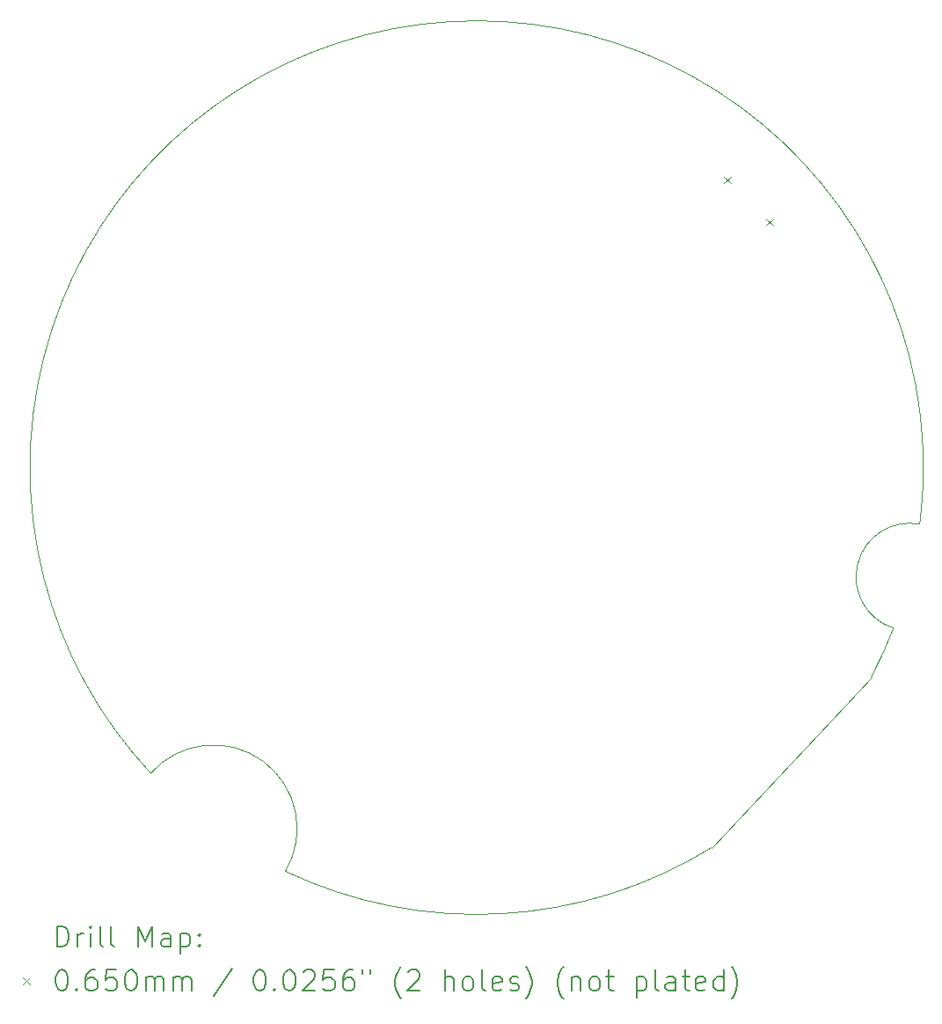
<source format=gbr>
%TF.GenerationSoftware,KiCad,Pcbnew,9.0.0*%
%TF.CreationDate,2025-03-23T20:14:32+01:00*%
%TF.ProjectId,PCB Board,50434220-426f-4617-9264-2e6b69636164,rev?*%
%TF.SameCoordinates,Original*%
%TF.FileFunction,Drillmap*%
%TF.FilePolarity,Positive*%
%FSLAX45Y45*%
G04 Gerber Fmt 4.5, Leading zero omitted, Abs format (unit mm)*
G04 Created by KiCad (PCBNEW 9.0.0) date 2025-03-23 20:14:32*
%MOMM*%
%LPD*%
G01*
G04 APERTURE LIST*
%ADD10C,0.050000*%
%ADD11C,0.200000*%
%ADD12C,0.100000*%
G04 APERTURE END LIST*
D10*
X3323000Y-9330940D02*
G75*
G02*
X4618781Y-10275861I603445J-533409D01*
G01*
X3322907Y-9330858D02*
G75*
G02*
X10725463Y-6933902I3137093J2940858D01*
G01*
X8720538Y-10047863D02*
G75*
G02*
X4618781Y-10275860I-2260538J3657863D01*
G01*
X10258600Y-8405109D02*
X8720537Y-10047863D01*
X10472927Y-7934812D02*
G75*
G02*
X10725463Y-6933902I156410J492850D01*
G01*
X10472927Y-7934812D02*
G75*
G02*
X10258599Y-8405109I-4012937J1544823D01*
G01*
D11*
D12*
X8838945Y-3587347D02*
X8903945Y-3652347D01*
X8903945Y-3587347D02*
X8838945Y-3652347D01*
X9247653Y-3996055D02*
X9312653Y-4061055D01*
X9312653Y-3996055D02*
X9247653Y-4061055D01*
D11*
X2418277Y-11003983D02*
X2418277Y-10803983D01*
X2418277Y-10803983D02*
X2465896Y-10803983D01*
X2465896Y-10803983D02*
X2494467Y-10813507D01*
X2494467Y-10813507D02*
X2513515Y-10832555D01*
X2513515Y-10832555D02*
X2523039Y-10851602D01*
X2523039Y-10851602D02*
X2532563Y-10889697D01*
X2532563Y-10889697D02*
X2532563Y-10918269D01*
X2532563Y-10918269D02*
X2523039Y-10956364D01*
X2523039Y-10956364D02*
X2513515Y-10975412D01*
X2513515Y-10975412D02*
X2494467Y-10994459D01*
X2494467Y-10994459D02*
X2465896Y-11003983D01*
X2465896Y-11003983D02*
X2418277Y-11003983D01*
X2618277Y-11003983D02*
X2618277Y-10870650D01*
X2618277Y-10908745D02*
X2627801Y-10889697D01*
X2627801Y-10889697D02*
X2637325Y-10880174D01*
X2637325Y-10880174D02*
X2656372Y-10870650D01*
X2656372Y-10870650D02*
X2675420Y-10870650D01*
X2742086Y-11003983D02*
X2742086Y-10870650D01*
X2742086Y-10803983D02*
X2732563Y-10813507D01*
X2732563Y-10813507D02*
X2742086Y-10823031D01*
X2742086Y-10823031D02*
X2751610Y-10813507D01*
X2751610Y-10813507D02*
X2742086Y-10803983D01*
X2742086Y-10803983D02*
X2742086Y-10823031D01*
X2865896Y-11003983D02*
X2846848Y-10994459D01*
X2846848Y-10994459D02*
X2837324Y-10975412D01*
X2837324Y-10975412D02*
X2837324Y-10803983D01*
X2970658Y-11003983D02*
X2951610Y-10994459D01*
X2951610Y-10994459D02*
X2942086Y-10975412D01*
X2942086Y-10975412D02*
X2942086Y-10803983D01*
X3199229Y-11003983D02*
X3199229Y-10803983D01*
X3199229Y-10803983D02*
X3265896Y-10946840D01*
X3265896Y-10946840D02*
X3332563Y-10803983D01*
X3332563Y-10803983D02*
X3332563Y-11003983D01*
X3513515Y-11003983D02*
X3513515Y-10899221D01*
X3513515Y-10899221D02*
X3503991Y-10880174D01*
X3503991Y-10880174D02*
X3484944Y-10870650D01*
X3484944Y-10870650D02*
X3446848Y-10870650D01*
X3446848Y-10870650D02*
X3427801Y-10880174D01*
X3513515Y-10994459D02*
X3494467Y-11003983D01*
X3494467Y-11003983D02*
X3446848Y-11003983D01*
X3446848Y-11003983D02*
X3427801Y-10994459D01*
X3427801Y-10994459D02*
X3418277Y-10975412D01*
X3418277Y-10975412D02*
X3418277Y-10956364D01*
X3418277Y-10956364D02*
X3427801Y-10937316D01*
X3427801Y-10937316D02*
X3446848Y-10927793D01*
X3446848Y-10927793D02*
X3494467Y-10927793D01*
X3494467Y-10927793D02*
X3513515Y-10918269D01*
X3608753Y-10870650D02*
X3608753Y-11070650D01*
X3608753Y-10880174D02*
X3627801Y-10870650D01*
X3627801Y-10870650D02*
X3665896Y-10870650D01*
X3665896Y-10870650D02*
X3684944Y-10880174D01*
X3684944Y-10880174D02*
X3694467Y-10889697D01*
X3694467Y-10889697D02*
X3703991Y-10908745D01*
X3703991Y-10908745D02*
X3703991Y-10965888D01*
X3703991Y-10965888D02*
X3694467Y-10984935D01*
X3694467Y-10984935D02*
X3684944Y-10994459D01*
X3684944Y-10994459D02*
X3665896Y-11003983D01*
X3665896Y-11003983D02*
X3627801Y-11003983D01*
X3627801Y-11003983D02*
X3608753Y-10994459D01*
X3789705Y-10984935D02*
X3799229Y-10994459D01*
X3799229Y-10994459D02*
X3789705Y-11003983D01*
X3789705Y-11003983D02*
X3780182Y-10994459D01*
X3780182Y-10994459D02*
X3789705Y-10984935D01*
X3789705Y-10984935D02*
X3789705Y-11003983D01*
X3789705Y-10880174D02*
X3799229Y-10889697D01*
X3799229Y-10889697D02*
X3789705Y-10899221D01*
X3789705Y-10899221D02*
X3780182Y-10889697D01*
X3780182Y-10889697D02*
X3789705Y-10880174D01*
X3789705Y-10880174D02*
X3789705Y-10899221D01*
D12*
X2092500Y-11299999D02*
X2157500Y-11364999D01*
X2157500Y-11299999D02*
X2092500Y-11364999D01*
D11*
X2456372Y-11223983D02*
X2475420Y-11223983D01*
X2475420Y-11223983D02*
X2494467Y-11233507D01*
X2494467Y-11233507D02*
X2503991Y-11243031D01*
X2503991Y-11243031D02*
X2513515Y-11262078D01*
X2513515Y-11262078D02*
X2523039Y-11300173D01*
X2523039Y-11300173D02*
X2523039Y-11347793D01*
X2523039Y-11347793D02*
X2513515Y-11385888D01*
X2513515Y-11385888D02*
X2503991Y-11404935D01*
X2503991Y-11404935D02*
X2494467Y-11414459D01*
X2494467Y-11414459D02*
X2475420Y-11423983D01*
X2475420Y-11423983D02*
X2456372Y-11423983D01*
X2456372Y-11423983D02*
X2437325Y-11414459D01*
X2437325Y-11414459D02*
X2427801Y-11404935D01*
X2427801Y-11404935D02*
X2418277Y-11385888D01*
X2418277Y-11385888D02*
X2408753Y-11347793D01*
X2408753Y-11347793D02*
X2408753Y-11300173D01*
X2408753Y-11300173D02*
X2418277Y-11262078D01*
X2418277Y-11262078D02*
X2427801Y-11243031D01*
X2427801Y-11243031D02*
X2437325Y-11233507D01*
X2437325Y-11233507D02*
X2456372Y-11223983D01*
X2608753Y-11404935D02*
X2618277Y-11414459D01*
X2618277Y-11414459D02*
X2608753Y-11423983D01*
X2608753Y-11423983D02*
X2599229Y-11414459D01*
X2599229Y-11414459D02*
X2608753Y-11404935D01*
X2608753Y-11404935D02*
X2608753Y-11423983D01*
X2789706Y-11223983D02*
X2751610Y-11223983D01*
X2751610Y-11223983D02*
X2732563Y-11233507D01*
X2732563Y-11233507D02*
X2723039Y-11243031D01*
X2723039Y-11243031D02*
X2703991Y-11271602D01*
X2703991Y-11271602D02*
X2694467Y-11309697D01*
X2694467Y-11309697D02*
X2694467Y-11385888D01*
X2694467Y-11385888D02*
X2703991Y-11404935D01*
X2703991Y-11404935D02*
X2713515Y-11414459D01*
X2713515Y-11414459D02*
X2732563Y-11423983D01*
X2732563Y-11423983D02*
X2770658Y-11423983D01*
X2770658Y-11423983D02*
X2789706Y-11414459D01*
X2789706Y-11414459D02*
X2799229Y-11404935D01*
X2799229Y-11404935D02*
X2808753Y-11385888D01*
X2808753Y-11385888D02*
X2808753Y-11338269D01*
X2808753Y-11338269D02*
X2799229Y-11319221D01*
X2799229Y-11319221D02*
X2789706Y-11309697D01*
X2789706Y-11309697D02*
X2770658Y-11300173D01*
X2770658Y-11300173D02*
X2732563Y-11300173D01*
X2732563Y-11300173D02*
X2713515Y-11309697D01*
X2713515Y-11309697D02*
X2703991Y-11319221D01*
X2703991Y-11319221D02*
X2694467Y-11338269D01*
X2989705Y-11223983D02*
X2894467Y-11223983D01*
X2894467Y-11223983D02*
X2884944Y-11319221D01*
X2884944Y-11319221D02*
X2894467Y-11309697D01*
X2894467Y-11309697D02*
X2913515Y-11300173D01*
X2913515Y-11300173D02*
X2961134Y-11300173D01*
X2961134Y-11300173D02*
X2980182Y-11309697D01*
X2980182Y-11309697D02*
X2989705Y-11319221D01*
X2989705Y-11319221D02*
X2999229Y-11338269D01*
X2999229Y-11338269D02*
X2999229Y-11385888D01*
X2999229Y-11385888D02*
X2989705Y-11404935D01*
X2989705Y-11404935D02*
X2980182Y-11414459D01*
X2980182Y-11414459D02*
X2961134Y-11423983D01*
X2961134Y-11423983D02*
X2913515Y-11423983D01*
X2913515Y-11423983D02*
X2894467Y-11414459D01*
X2894467Y-11414459D02*
X2884944Y-11404935D01*
X3123039Y-11223983D02*
X3142086Y-11223983D01*
X3142086Y-11223983D02*
X3161134Y-11233507D01*
X3161134Y-11233507D02*
X3170658Y-11243031D01*
X3170658Y-11243031D02*
X3180182Y-11262078D01*
X3180182Y-11262078D02*
X3189705Y-11300173D01*
X3189705Y-11300173D02*
X3189705Y-11347793D01*
X3189705Y-11347793D02*
X3180182Y-11385888D01*
X3180182Y-11385888D02*
X3170658Y-11404935D01*
X3170658Y-11404935D02*
X3161134Y-11414459D01*
X3161134Y-11414459D02*
X3142086Y-11423983D01*
X3142086Y-11423983D02*
X3123039Y-11423983D01*
X3123039Y-11423983D02*
X3103991Y-11414459D01*
X3103991Y-11414459D02*
X3094467Y-11404935D01*
X3094467Y-11404935D02*
X3084944Y-11385888D01*
X3084944Y-11385888D02*
X3075420Y-11347793D01*
X3075420Y-11347793D02*
X3075420Y-11300173D01*
X3075420Y-11300173D02*
X3084944Y-11262078D01*
X3084944Y-11262078D02*
X3094467Y-11243031D01*
X3094467Y-11243031D02*
X3103991Y-11233507D01*
X3103991Y-11233507D02*
X3123039Y-11223983D01*
X3275420Y-11423983D02*
X3275420Y-11290650D01*
X3275420Y-11309697D02*
X3284944Y-11300173D01*
X3284944Y-11300173D02*
X3303991Y-11290650D01*
X3303991Y-11290650D02*
X3332563Y-11290650D01*
X3332563Y-11290650D02*
X3351610Y-11300173D01*
X3351610Y-11300173D02*
X3361134Y-11319221D01*
X3361134Y-11319221D02*
X3361134Y-11423983D01*
X3361134Y-11319221D02*
X3370658Y-11300173D01*
X3370658Y-11300173D02*
X3389705Y-11290650D01*
X3389705Y-11290650D02*
X3418277Y-11290650D01*
X3418277Y-11290650D02*
X3437325Y-11300173D01*
X3437325Y-11300173D02*
X3446848Y-11319221D01*
X3446848Y-11319221D02*
X3446848Y-11423983D01*
X3542086Y-11423983D02*
X3542086Y-11290650D01*
X3542086Y-11309697D02*
X3551610Y-11300173D01*
X3551610Y-11300173D02*
X3570658Y-11290650D01*
X3570658Y-11290650D02*
X3599229Y-11290650D01*
X3599229Y-11290650D02*
X3618277Y-11300173D01*
X3618277Y-11300173D02*
X3627801Y-11319221D01*
X3627801Y-11319221D02*
X3627801Y-11423983D01*
X3627801Y-11319221D02*
X3637325Y-11300173D01*
X3637325Y-11300173D02*
X3656372Y-11290650D01*
X3656372Y-11290650D02*
X3684944Y-11290650D01*
X3684944Y-11290650D02*
X3703991Y-11300173D01*
X3703991Y-11300173D02*
X3713515Y-11319221D01*
X3713515Y-11319221D02*
X3713515Y-11423983D01*
X4103991Y-11214459D02*
X3932563Y-11471602D01*
X4361134Y-11223983D02*
X4380182Y-11223983D01*
X4380182Y-11223983D02*
X4399230Y-11233507D01*
X4399230Y-11233507D02*
X4408753Y-11243031D01*
X4408753Y-11243031D02*
X4418277Y-11262078D01*
X4418277Y-11262078D02*
X4427801Y-11300173D01*
X4427801Y-11300173D02*
X4427801Y-11347793D01*
X4427801Y-11347793D02*
X4418277Y-11385888D01*
X4418277Y-11385888D02*
X4408753Y-11404935D01*
X4408753Y-11404935D02*
X4399230Y-11414459D01*
X4399230Y-11414459D02*
X4380182Y-11423983D01*
X4380182Y-11423983D02*
X4361134Y-11423983D01*
X4361134Y-11423983D02*
X4342087Y-11414459D01*
X4342087Y-11414459D02*
X4332563Y-11404935D01*
X4332563Y-11404935D02*
X4323039Y-11385888D01*
X4323039Y-11385888D02*
X4313515Y-11347793D01*
X4313515Y-11347793D02*
X4313515Y-11300173D01*
X4313515Y-11300173D02*
X4323039Y-11262078D01*
X4323039Y-11262078D02*
X4332563Y-11243031D01*
X4332563Y-11243031D02*
X4342087Y-11233507D01*
X4342087Y-11233507D02*
X4361134Y-11223983D01*
X4513515Y-11404935D02*
X4523039Y-11414459D01*
X4523039Y-11414459D02*
X4513515Y-11423983D01*
X4513515Y-11423983D02*
X4503991Y-11414459D01*
X4503991Y-11414459D02*
X4513515Y-11404935D01*
X4513515Y-11404935D02*
X4513515Y-11423983D01*
X4646849Y-11223983D02*
X4665896Y-11223983D01*
X4665896Y-11223983D02*
X4684944Y-11233507D01*
X4684944Y-11233507D02*
X4694468Y-11243031D01*
X4694468Y-11243031D02*
X4703991Y-11262078D01*
X4703991Y-11262078D02*
X4713515Y-11300173D01*
X4713515Y-11300173D02*
X4713515Y-11347793D01*
X4713515Y-11347793D02*
X4703991Y-11385888D01*
X4703991Y-11385888D02*
X4694468Y-11404935D01*
X4694468Y-11404935D02*
X4684944Y-11414459D01*
X4684944Y-11414459D02*
X4665896Y-11423983D01*
X4665896Y-11423983D02*
X4646849Y-11423983D01*
X4646849Y-11423983D02*
X4627801Y-11414459D01*
X4627801Y-11414459D02*
X4618277Y-11404935D01*
X4618277Y-11404935D02*
X4608753Y-11385888D01*
X4608753Y-11385888D02*
X4599230Y-11347793D01*
X4599230Y-11347793D02*
X4599230Y-11300173D01*
X4599230Y-11300173D02*
X4608753Y-11262078D01*
X4608753Y-11262078D02*
X4618277Y-11243031D01*
X4618277Y-11243031D02*
X4627801Y-11233507D01*
X4627801Y-11233507D02*
X4646849Y-11223983D01*
X4789706Y-11243031D02*
X4799230Y-11233507D01*
X4799230Y-11233507D02*
X4818277Y-11223983D01*
X4818277Y-11223983D02*
X4865896Y-11223983D01*
X4865896Y-11223983D02*
X4884944Y-11233507D01*
X4884944Y-11233507D02*
X4894468Y-11243031D01*
X4894468Y-11243031D02*
X4903991Y-11262078D01*
X4903991Y-11262078D02*
X4903991Y-11281126D01*
X4903991Y-11281126D02*
X4894468Y-11309697D01*
X4894468Y-11309697D02*
X4780182Y-11423983D01*
X4780182Y-11423983D02*
X4903991Y-11423983D01*
X5084944Y-11223983D02*
X4989706Y-11223983D01*
X4989706Y-11223983D02*
X4980182Y-11319221D01*
X4980182Y-11319221D02*
X4989706Y-11309697D01*
X4989706Y-11309697D02*
X5008753Y-11300173D01*
X5008753Y-11300173D02*
X5056372Y-11300173D01*
X5056372Y-11300173D02*
X5075420Y-11309697D01*
X5075420Y-11309697D02*
X5084944Y-11319221D01*
X5084944Y-11319221D02*
X5094468Y-11338269D01*
X5094468Y-11338269D02*
X5094468Y-11385888D01*
X5094468Y-11385888D02*
X5084944Y-11404935D01*
X5084944Y-11404935D02*
X5075420Y-11414459D01*
X5075420Y-11414459D02*
X5056372Y-11423983D01*
X5056372Y-11423983D02*
X5008753Y-11423983D01*
X5008753Y-11423983D02*
X4989706Y-11414459D01*
X4989706Y-11414459D02*
X4980182Y-11404935D01*
X5265896Y-11223983D02*
X5227801Y-11223983D01*
X5227801Y-11223983D02*
X5208753Y-11233507D01*
X5208753Y-11233507D02*
X5199230Y-11243031D01*
X5199230Y-11243031D02*
X5180182Y-11271602D01*
X5180182Y-11271602D02*
X5170658Y-11309697D01*
X5170658Y-11309697D02*
X5170658Y-11385888D01*
X5170658Y-11385888D02*
X5180182Y-11404935D01*
X5180182Y-11404935D02*
X5189706Y-11414459D01*
X5189706Y-11414459D02*
X5208753Y-11423983D01*
X5208753Y-11423983D02*
X5246849Y-11423983D01*
X5246849Y-11423983D02*
X5265896Y-11414459D01*
X5265896Y-11414459D02*
X5275420Y-11404935D01*
X5275420Y-11404935D02*
X5284944Y-11385888D01*
X5284944Y-11385888D02*
X5284944Y-11338269D01*
X5284944Y-11338269D02*
X5275420Y-11319221D01*
X5275420Y-11319221D02*
X5265896Y-11309697D01*
X5265896Y-11309697D02*
X5246849Y-11300173D01*
X5246849Y-11300173D02*
X5208753Y-11300173D01*
X5208753Y-11300173D02*
X5189706Y-11309697D01*
X5189706Y-11309697D02*
X5180182Y-11319221D01*
X5180182Y-11319221D02*
X5170658Y-11338269D01*
X5361134Y-11223983D02*
X5361134Y-11262078D01*
X5437325Y-11223983D02*
X5437325Y-11262078D01*
X5732563Y-11500173D02*
X5723039Y-11490650D01*
X5723039Y-11490650D02*
X5703991Y-11462078D01*
X5703991Y-11462078D02*
X5694468Y-11443031D01*
X5694468Y-11443031D02*
X5684944Y-11414459D01*
X5684944Y-11414459D02*
X5675420Y-11366840D01*
X5675420Y-11366840D02*
X5675420Y-11328745D01*
X5675420Y-11328745D02*
X5684944Y-11281126D01*
X5684944Y-11281126D02*
X5694468Y-11252554D01*
X5694468Y-11252554D02*
X5703991Y-11233507D01*
X5703991Y-11233507D02*
X5723039Y-11204935D01*
X5723039Y-11204935D02*
X5732563Y-11195412D01*
X5799230Y-11243031D02*
X5808753Y-11233507D01*
X5808753Y-11233507D02*
X5827801Y-11223983D01*
X5827801Y-11223983D02*
X5875420Y-11223983D01*
X5875420Y-11223983D02*
X5894468Y-11233507D01*
X5894468Y-11233507D02*
X5903991Y-11243031D01*
X5903991Y-11243031D02*
X5913515Y-11262078D01*
X5913515Y-11262078D02*
X5913515Y-11281126D01*
X5913515Y-11281126D02*
X5903991Y-11309697D01*
X5903991Y-11309697D02*
X5789706Y-11423983D01*
X5789706Y-11423983D02*
X5913515Y-11423983D01*
X6151611Y-11423983D02*
X6151611Y-11223983D01*
X6237325Y-11423983D02*
X6237325Y-11319221D01*
X6237325Y-11319221D02*
X6227801Y-11300173D01*
X6227801Y-11300173D02*
X6208753Y-11290650D01*
X6208753Y-11290650D02*
X6180182Y-11290650D01*
X6180182Y-11290650D02*
X6161134Y-11300173D01*
X6161134Y-11300173D02*
X6151611Y-11309697D01*
X6361134Y-11423983D02*
X6342087Y-11414459D01*
X6342087Y-11414459D02*
X6332563Y-11404935D01*
X6332563Y-11404935D02*
X6323039Y-11385888D01*
X6323039Y-11385888D02*
X6323039Y-11328745D01*
X6323039Y-11328745D02*
X6332563Y-11309697D01*
X6332563Y-11309697D02*
X6342087Y-11300173D01*
X6342087Y-11300173D02*
X6361134Y-11290650D01*
X6361134Y-11290650D02*
X6389706Y-11290650D01*
X6389706Y-11290650D02*
X6408753Y-11300173D01*
X6408753Y-11300173D02*
X6418277Y-11309697D01*
X6418277Y-11309697D02*
X6427801Y-11328745D01*
X6427801Y-11328745D02*
X6427801Y-11385888D01*
X6427801Y-11385888D02*
X6418277Y-11404935D01*
X6418277Y-11404935D02*
X6408753Y-11414459D01*
X6408753Y-11414459D02*
X6389706Y-11423983D01*
X6389706Y-11423983D02*
X6361134Y-11423983D01*
X6542087Y-11423983D02*
X6523039Y-11414459D01*
X6523039Y-11414459D02*
X6513515Y-11395412D01*
X6513515Y-11395412D02*
X6513515Y-11223983D01*
X6694468Y-11414459D02*
X6675420Y-11423983D01*
X6675420Y-11423983D02*
X6637325Y-11423983D01*
X6637325Y-11423983D02*
X6618277Y-11414459D01*
X6618277Y-11414459D02*
X6608753Y-11395412D01*
X6608753Y-11395412D02*
X6608753Y-11319221D01*
X6608753Y-11319221D02*
X6618277Y-11300173D01*
X6618277Y-11300173D02*
X6637325Y-11290650D01*
X6637325Y-11290650D02*
X6675420Y-11290650D01*
X6675420Y-11290650D02*
X6694468Y-11300173D01*
X6694468Y-11300173D02*
X6703992Y-11319221D01*
X6703992Y-11319221D02*
X6703992Y-11338269D01*
X6703992Y-11338269D02*
X6608753Y-11357316D01*
X6780182Y-11414459D02*
X6799230Y-11423983D01*
X6799230Y-11423983D02*
X6837325Y-11423983D01*
X6837325Y-11423983D02*
X6856373Y-11414459D01*
X6856373Y-11414459D02*
X6865896Y-11395412D01*
X6865896Y-11395412D02*
X6865896Y-11385888D01*
X6865896Y-11385888D02*
X6856373Y-11366840D01*
X6856373Y-11366840D02*
X6837325Y-11357316D01*
X6837325Y-11357316D02*
X6808753Y-11357316D01*
X6808753Y-11357316D02*
X6789706Y-11347793D01*
X6789706Y-11347793D02*
X6780182Y-11328745D01*
X6780182Y-11328745D02*
X6780182Y-11319221D01*
X6780182Y-11319221D02*
X6789706Y-11300173D01*
X6789706Y-11300173D02*
X6808753Y-11290650D01*
X6808753Y-11290650D02*
X6837325Y-11290650D01*
X6837325Y-11290650D02*
X6856373Y-11300173D01*
X6932563Y-11500173D02*
X6942087Y-11490650D01*
X6942087Y-11490650D02*
X6961134Y-11462078D01*
X6961134Y-11462078D02*
X6970658Y-11443031D01*
X6970658Y-11443031D02*
X6980182Y-11414459D01*
X6980182Y-11414459D02*
X6989706Y-11366840D01*
X6989706Y-11366840D02*
X6989706Y-11328745D01*
X6989706Y-11328745D02*
X6980182Y-11281126D01*
X6980182Y-11281126D02*
X6970658Y-11252554D01*
X6970658Y-11252554D02*
X6961134Y-11233507D01*
X6961134Y-11233507D02*
X6942087Y-11204935D01*
X6942087Y-11204935D02*
X6932563Y-11195412D01*
X7294468Y-11500173D02*
X7284944Y-11490650D01*
X7284944Y-11490650D02*
X7265896Y-11462078D01*
X7265896Y-11462078D02*
X7256373Y-11443031D01*
X7256373Y-11443031D02*
X7246849Y-11414459D01*
X7246849Y-11414459D02*
X7237325Y-11366840D01*
X7237325Y-11366840D02*
X7237325Y-11328745D01*
X7237325Y-11328745D02*
X7246849Y-11281126D01*
X7246849Y-11281126D02*
X7256373Y-11252554D01*
X7256373Y-11252554D02*
X7265896Y-11233507D01*
X7265896Y-11233507D02*
X7284944Y-11204935D01*
X7284944Y-11204935D02*
X7294468Y-11195412D01*
X7370658Y-11290650D02*
X7370658Y-11423983D01*
X7370658Y-11309697D02*
X7380182Y-11300173D01*
X7380182Y-11300173D02*
X7399230Y-11290650D01*
X7399230Y-11290650D02*
X7427801Y-11290650D01*
X7427801Y-11290650D02*
X7446849Y-11300173D01*
X7446849Y-11300173D02*
X7456373Y-11319221D01*
X7456373Y-11319221D02*
X7456373Y-11423983D01*
X7580182Y-11423983D02*
X7561134Y-11414459D01*
X7561134Y-11414459D02*
X7551611Y-11404935D01*
X7551611Y-11404935D02*
X7542087Y-11385888D01*
X7542087Y-11385888D02*
X7542087Y-11328745D01*
X7542087Y-11328745D02*
X7551611Y-11309697D01*
X7551611Y-11309697D02*
X7561134Y-11300173D01*
X7561134Y-11300173D02*
X7580182Y-11290650D01*
X7580182Y-11290650D02*
X7608754Y-11290650D01*
X7608754Y-11290650D02*
X7627801Y-11300173D01*
X7627801Y-11300173D02*
X7637325Y-11309697D01*
X7637325Y-11309697D02*
X7646849Y-11328745D01*
X7646849Y-11328745D02*
X7646849Y-11385888D01*
X7646849Y-11385888D02*
X7637325Y-11404935D01*
X7637325Y-11404935D02*
X7627801Y-11414459D01*
X7627801Y-11414459D02*
X7608754Y-11423983D01*
X7608754Y-11423983D02*
X7580182Y-11423983D01*
X7703992Y-11290650D02*
X7780182Y-11290650D01*
X7732563Y-11223983D02*
X7732563Y-11395412D01*
X7732563Y-11395412D02*
X7742087Y-11414459D01*
X7742087Y-11414459D02*
X7761134Y-11423983D01*
X7761134Y-11423983D02*
X7780182Y-11423983D01*
X7999230Y-11290650D02*
X7999230Y-11490650D01*
X7999230Y-11300173D02*
X8018277Y-11290650D01*
X8018277Y-11290650D02*
X8056373Y-11290650D01*
X8056373Y-11290650D02*
X8075420Y-11300173D01*
X8075420Y-11300173D02*
X8084944Y-11309697D01*
X8084944Y-11309697D02*
X8094468Y-11328745D01*
X8094468Y-11328745D02*
X8094468Y-11385888D01*
X8094468Y-11385888D02*
X8084944Y-11404935D01*
X8084944Y-11404935D02*
X8075420Y-11414459D01*
X8075420Y-11414459D02*
X8056373Y-11423983D01*
X8056373Y-11423983D02*
X8018277Y-11423983D01*
X8018277Y-11423983D02*
X7999230Y-11414459D01*
X8208754Y-11423983D02*
X8189706Y-11414459D01*
X8189706Y-11414459D02*
X8180182Y-11395412D01*
X8180182Y-11395412D02*
X8180182Y-11223983D01*
X8370658Y-11423983D02*
X8370658Y-11319221D01*
X8370658Y-11319221D02*
X8361135Y-11300173D01*
X8361135Y-11300173D02*
X8342087Y-11290650D01*
X8342087Y-11290650D02*
X8303992Y-11290650D01*
X8303992Y-11290650D02*
X8284944Y-11300173D01*
X8370658Y-11414459D02*
X8351611Y-11423983D01*
X8351611Y-11423983D02*
X8303992Y-11423983D01*
X8303992Y-11423983D02*
X8284944Y-11414459D01*
X8284944Y-11414459D02*
X8275420Y-11395412D01*
X8275420Y-11395412D02*
X8275420Y-11376364D01*
X8275420Y-11376364D02*
X8284944Y-11357316D01*
X8284944Y-11357316D02*
X8303992Y-11347793D01*
X8303992Y-11347793D02*
X8351611Y-11347793D01*
X8351611Y-11347793D02*
X8370658Y-11338269D01*
X8437325Y-11290650D02*
X8513516Y-11290650D01*
X8465897Y-11223983D02*
X8465897Y-11395412D01*
X8465897Y-11395412D02*
X8475420Y-11414459D01*
X8475420Y-11414459D02*
X8494468Y-11423983D01*
X8494468Y-11423983D02*
X8513516Y-11423983D01*
X8656373Y-11414459D02*
X8637325Y-11423983D01*
X8637325Y-11423983D02*
X8599230Y-11423983D01*
X8599230Y-11423983D02*
X8580182Y-11414459D01*
X8580182Y-11414459D02*
X8570658Y-11395412D01*
X8570658Y-11395412D02*
X8570658Y-11319221D01*
X8570658Y-11319221D02*
X8580182Y-11300173D01*
X8580182Y-11300173D02*
X8599230Y-11290650D01*
X8599230Y-11290650D02*
X8637325Y-11290650D01*
X8637325Y-11290650D02*
X8656373Y-11300173D01*
X8656373Y-11300173D02*
X8665897Y-11319221D01*
X8665897Y-11319221D02*
X8665897Y-11338269D01*
X8665897Y-11338269D02*
X8570658Y-11357316D01*
X8837325Y-11423983D02*
X8837325Y-11223983D01*
X8837325Y-11414459D02*
X8818278Y-11423983D01*
X8818278Y-11423983D02*
X8780182Y-11423983D01*
X8780182Y-11423983D02*
X8761135Y-11414459D01*
X8761135Y-11414459D02*
X8751611Y-11404935D01*
X8751611Y-11404935D02*
X8742087Y-11385888D01*
X8742087Y-11385888D02*
X8742087Y-11328745D01*
X8742087Y-11328745D02*
X8751611Y-11309697D01*
X8751611Y-11309697D02*
X8761135Y-11300173D01*
X8761135Y-11300173D02*
X8780182Y-11290650D01*
X8780182Y-11290650D02*
X8818278Y-11290650D01*
X8818278Y-11290650D02*
X8837325Y-11300173D01*
X8913516Y-11500173D02*
X8923039Y-11490650D01*
X8923039Y-11490650D02*
X8942087Y-11462078D01*
X8942087Y-11462078D02*
X8951611Y-11443031D01*
X8951611Y-11443031D02*
X8961135Y-11414459D01*
X8961135Y-11414459D02*
X8970658Y-11366840D01*
X8970658Y-11366840D02*
X8970658Y-11328745D01*
X8970658Y-11328745D02*
X8961135Y-11281126D01*
X8961135Y-11281126D02*
X8951611Y-11252554D01*
X8951611Y-11252554D02*
X8942087Y-11233507D01*
X8942087Y-11233507D02*
X8923039Y-11204935D01*
X8923039Y-11204935D02*
X8913516Y-11195412D01*
M02*

</source>
